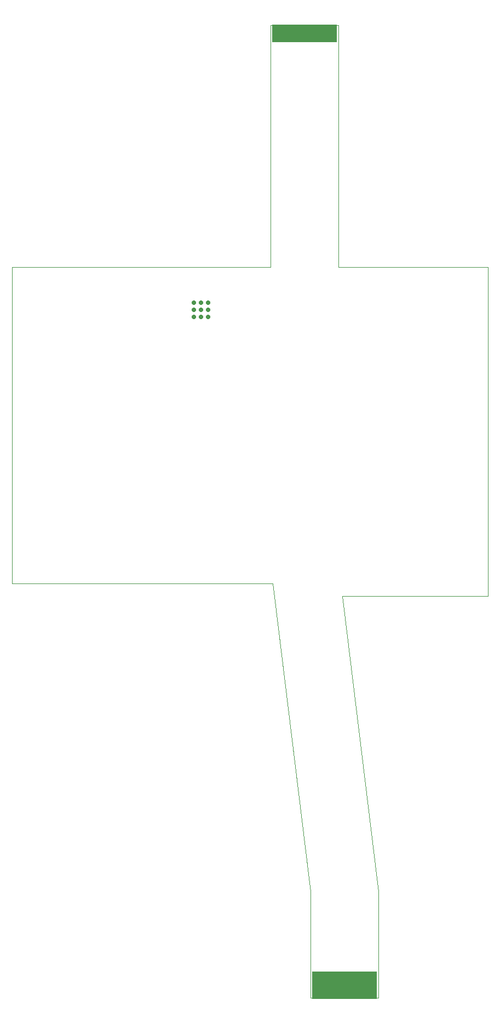
<source format=gbs>
G04*
G04 #@! TF.GenerationSoftware,Altium Limited,Altium Designer,19.0.12 (326)*
G04*
G04 Layer_Color=16711935*
%FSLAX44Y44*%
%MOMM*%
G71*
G01*
G75*
%ADD18C,0.0127*%
%ADD19C,0.0130*%
%ADD39R,0.5032X2.8032*%
%ADD40R,0.5032X4.2032*%
%ADD41C,0.7032*%
D18*
X510723Y-19142D02*
X566304Y-476337D01*
X0Y0D02*
X403392D01*
X403397Y0D02*
X461304Y-476337D01*
X735904Y-19138D02*
Y489996D01*
X4Y0D02*
Y489996D01*
X461304Y-640804D02*
X566304D01*
Y-476337D01*
X461304Y-640804D02*
Y-476337D01*
X399804Y864296D02*
X399804Y489996D01*
X504804Y864296D02*
X504804Y489996D01*
X4Y489996D02*
X399804Y489996D01*
X504804Y489996D02*
X735904Y489996D01*
X399804Y864296D02*
X504804D01*
D19*
X510723Y-19138D02*
X735904Y-19138D01*
D39*
X494804Y851296D02*
D03*
X474804D02*
D03*
X464804D02*
D03*
X469804D02*
D03*
X479804D02*
D03*
X484804D02*
D03*
X489804D02*
D03*
X499804D02*
D03*
X404804D02*
D03*
X414804D02*
D03*
X419804D02*
D03*
X424804D02*
D03*
X439804D02*
D03*
X444804D02*
D03*
X449804D02*
D03*
X459804D02*
D03*
X409804D02*
D03*
X454804D02*
D03*
X429804D02*
D03*
X434804D02*
D03*
D40*
X496304Y-620804D02*
D03*
X491304D02*
D03*
X516304D02*
D03*
X471304D02*
D03*
X521304D02*
D03*
X511304D02*
D03*
X506304D02*
D03*
X501304D02*
D03*
X486304D02*
D03*
X481304D02*
D03*
X476304D02*
D03*
X466304D02*
D03*
X561304D02*
D03*
X551304D02*
D03*
X546304D02*
D03*
X541304D02*
D03*
X531304D02*
D03*
X526304D02*
D03*
X536304D02*
D03*
X556304D02*
D03*
D41*
X302862Y412357D02*
D03*
X291862D02*
D03*
X280862D02*
D03*
X302862Y423357D02*
D03*
X291862D02*
D03*
X280862D02*
D03*
Y434357D02*
D03*
X302862D02*
D03*
X291862D02*
D03*
M02*

</source>
